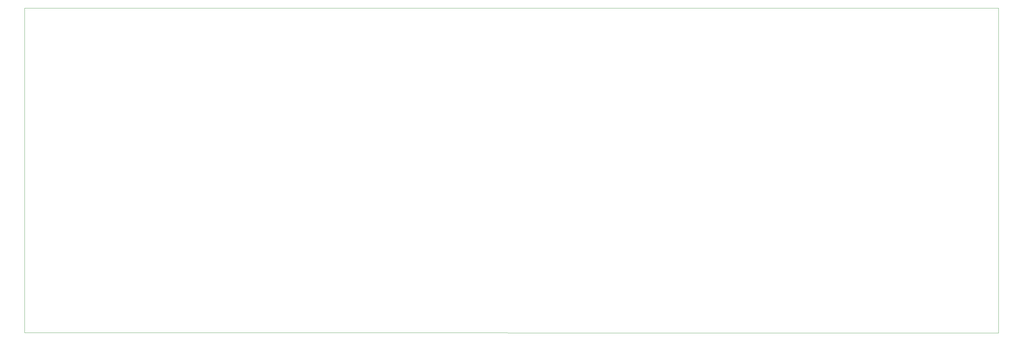
<source format=gbr>
G04 #@! TF.GenerationSoftware,KiCad,Pcbnew,(5.1.4)-1*
G04 #@! TF.CreationDate,2021-10-31T22:39:57+11:00*
G04 #@! TF.ProjectId,x60,7836302e-6b69-4636-9164-5f7063625858,rev?*
G04 #@! TF.SameCoordinates,Original*
G04 #@! TF.FileFunction,Profile,NP*
%FSLAX46Y46*%
G04 Gerber Fmt 4.6, Leading zero omitted, Abs format (unit mm)*
G04 Created by KiCad (PCBNEW (5.1.4)-1) date 2021-10-31 22:39:57*
%MOMM*%
%LPD*%
G04 APERTURE LIST*
%ADD10C,0.050000*%
G04 APERTURE END LIST*
D10*
X69325000Y-204405000D02*
X355025000Y-204425000D01*
X69325000Y-109205000D02*
X69325000Y-204405000D01*
X355025000Y-109225000D02*
X69325000Y-109205000D01*
X355025000Y-204425000D02*
X355025000Y-109225000D01*
M02*

</source>
